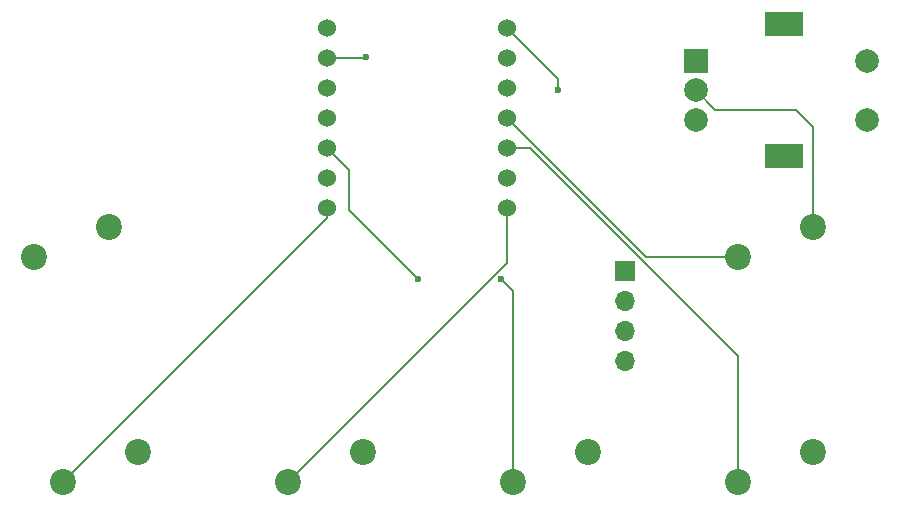
<source format=gbr>
%TF.GenerationSoftware,KiCad,Pcbnew,9.0.6*%
%TF.CreationDate,2025-12-08T21:15:04+04:00*%
%TF.ProjectId,L3MON hackpad,4c334d4f-4e20-4686-9163-6b7061642e6b,rev?*%
%TF.SameCoordinates,Original*%
%TF.FileFunction,Copper,L2,Bot*%
%TF.FilePolarity,Positive*%
%FSLAX46Y46*%
G04 Gerber Fmt 4.6, Leading zero omitted, Abs format (unit mm)*
G04 Created by KiCad (PCBNEW 9.0.6) date 2025-12-08 21:15:04*
%MOMM*%
%LPD*%
G01*
G04 APERTURE LIST*
%TA.AperFunction,ComponentPad*%
%ADD10C,2.200000*%
%TD*%
%TA.AperFunction,ComponentPad*%
%ADD11C,1.524000*%
%TD*%
%TA.AperFunction,ComponentPad*%
%ADD12R,1.700000X1.700000*%
%TD*%
%TA.AperFunction,ComponentPad*%
%ADD13O,1.700000X1.700000*%
%TD*%
%TA.AperFunction,ComponentPad*%
%ADD14R,2.000000X2.000000*%
%TD*%
%TA.AperFunction,ComponentPad*%
%ADD15C,2.000000*%
%TD*%
%TA.AperFunction,ComponentPad*%
%ADD16R,3.200000X2.000000*%
%TD*%
%TA.AperFunction,ViaPad*%
%ADD17C,0.600000*%
%TD*%
%TA.AperFunction,Conductor*%
%ADD18C,0.200000*%
%TD*%
G04 APERTURE END LIST*
D10*
%TO.P,SW1,1,1*%
%TO.N,GND*%
X109696250Y-52070000D03*
%TO.P,SW1,2,2*%
%TO.N,Net-(U1-GPIO28{slash}ADC2{slash}A2)*%
X103346250Y-54610000D03*
%TD*%
%TO.P,SW3,1,1*%
%TO.N,GND*%
X131127500Y-71120000D03*
%TO.P,SW3,2,2*%
%TO.N,Net-(U1-GPIO1{slash}RX)*%
X124777500Y-73660000D03*
%TD*%
%TO.P,SW6,1,1*%
%TO.N,GND*%
X169227500Y-52070000D03*
%TO.P,SW6,2,2*%
%TO.N,Net-(U1-GPIO3{slash}MOSI)*%
X162877500Y-54610000D03*
%TD*%
D11*
%TO.P,U1,1,GPIO26/ADC0/A0*%
%TO.N,Net-(U1-GPIO26{slash}ADC0{slash}A0)*%
X128111250Y-35242500D03*
%TO.P,U1,2,GPIO27/ADC1/A1*%
%TO.N,Net-(U1-GPIO27{slash}ADC1{slash}A1)*%
X128111250Y-37782500D03*
%TO.P,U1,3,GPIO28/ADC2/A2*%
%TO.N,Net-(U1-GPIO28{slash}ADC2{slash}A2)*%
X128111250Y-40322500D03*
%TO.P,U1,4,GPIO29/ADC3/A3*%
%TO.N,unconnected-(U1-GPIO29{slash}ADC3{slash}A3-Pad4)*%
X128111250Y-42862500D03*
%TO.P,U1,5,GPIO6/SDA*%
%TO.N,Net-(J1-Pin_4)*%
X128111250Y-45402500D03*
%TO.P,U1,6,GPIO7/SCL*%
%TO.N,Net-(J1-Pin_3)*%
X128111250Y-47942500D03*
%TO.P,U1,7,GPIO0/TX*%
%TO.N,Net-(U1-GPIO0{slash}TX)*%
X128111250Y-50482500D03*
%TO.P,U1,8,GPIO1/RX*%
%TO.N,Net-(U1-GPIO1{slash}RX)*%
X143351250Y-50482500D03*
%TO.P,U1,9,GPIO2/SCK*%
%TO.N,Net-(U1-GPIO2{slash}SCK)*%
X143351250Y-47942500D03*
%TO.P,U1,10,GPIO4/MISO*%
%TO.N,Net-(U1-GPIO4{slash}MISO)*%
X143351250Y-45402500D03*
%TO.P,U1,11,GPIO3/MOSI*%
%TO.N,Net-(U1-GPIO3{slash}MOSI)*%
X143351250Y-42862500D03*
%TO.P,U1,12,3V3*%
%TO.N,unconnected-(U1-3V3-Pad12)*%
X143351250Y-40322500D03*
%TO.P,U1,13,GND*%
%TO.N,GND*%
X143351250Y-37782500D03*
%TO.P,U1,14,VBUS*%
%TO.N,+5V*%
X143351250Y-35242500D03*
%TD*%
D10*
%TO.P,SW5,1,1*%
%TO.N,GND*%
X169227500Y-71120000D03*
%TO.P,SW5,2,2*%
%TO.N,Net-(U1-GPIO4{slash}MISO)*%
X162877500Y-73660000D03*
%TD*%
D12*
%TO.P,J1,1,Pin_1*%
%TO.N,GND*%
X153346250Y-55836250D03*
D13*
%TO.P,J1,2,Pin_2*%
%TO.N,+5V*%
X153346250Y-58376250D03*
%TO.P,J1,3,Pin_3*%
%TO.N,Net-(J1-Pin_3)*%
X153346250Y-60916250D03*
%TO.P,J1,4,Pin_4*%
%TO.N,Net-(J1-Pin_4)*%
X153346250Y-63456250D03*
%TD*%
D14*
%TO.P,SW8,A,A*%
%TO.N,Net-(U1-GPIO27{slash}ADC1{slash}A1)*%
X159331250Y-37981250D03*
D15*
%TO.P,SW8,B,B*%
%TO.N,Net-(U1-GPIO26{slash}ADC0{slash}A0)*%
X159331250Y-42981250D03*
%TO.P,SW8,C,C*%
%TO.N,GND*%
X159331250Y-40481250D03*
D16*
%TO.P,SW8,MP*%
%TO.N,N/C*%
X166831250Y-34881250D03*
X166831250Y-46081250D03*
D15*
%TO.P,SW8,S1,S1*%
%TO.N,unconnected-(SW8-PadS1)*%
X173831250Y-42981250D03*
%TO.P,SW8,S2,S2*%
%TO.N,unconnected-(SW8-PadS2)*%
X173831250Y-37981250D03*
%TD*%
D10*
%TO.P,SW4,1,1*%
%TO.N,GND*%
X150177500Y-71120000D03*
%TO.P,SW4,2,2*%
%TO.N,Net-(U1-GPIO2{slash}SCK)*%
X143827500Y-73660000D03*
%TD*%
%TO.P,SW2,1,1*%
%TO.N,GND*%
X112077500Y-71120000D03*
%TO.P,SW2,2,2*%
%TO.N,Net-(U1-GPIO0{slash}TX)*%
X105727500Y-73660000D03*
%TD*%
D17*
%TO.N,+5V*%
X147637500Y-40481250D03*
%TO.N,Net-(J1-Pin_4)*%
X135815110Y-56494890D03*
%TO.N,Net-(U1-GPIO2{slash}SCK)*%
X142818015Y-56468015D03*
%TO.N,Net-(U1-GPIO27{slash}ADC1{slash}A1)*%
X131393015Y-37675735D03*
%TD*%
D18*
%TO.N,+5V*%
X147637500Y-39528750D02*
X143351250Y-35242500D01*
X147637500Y-40481250D02*
X147637500Y-39528750D01*
%TO.N,GND*%
X167790000Y-42130000D02*
X160980000Y-42130000D01*
X169227500Y-52070000D02*
X169227500Y-43567500D01*
X169227500Y-43567500D02*
X167790000Y-42130000D01*
X160980000Y-42130000D02*
X159331250Y-40481250D01*
%TO.N,Net-(J1-Pin_4)*%
X135815110Y-56494890D02*
X129950000Y-50629780D01*
X129950000Y-50629780D02*
X129950000Y-47241250D01*
X129950000Y-47241250D02*
X128111250Y-45402500D01*
%TO.N,Net-(U1-GPIO0{slash}TX)*%
X105727500Y-73660000D02*
X128111250Y-51276250D01*
X128111250Y-51276250D02*
X128111250Y-50482500D01*
%TO.N,Net-(U1-GPIO1{slash}RX)*%
X143351250Y-55086250D02*
X143351250Y-50482500D01*
X124777500Y-73660000D02*
X143351250Y-55086250D01*
%TO.N,Net-(U1-GPIO2{slash}SCK)*%
X143827500Y-73660000D02*
X143827500Y-57477500D01*
X143827500Y-57477500D02*
X142818015Y-56468015D01*
%TO.N,Net-(U1-GPIO4{slash}MISO)*%
X145324150Y-45402500D02*
X143351250Y-45402500D01*
X162877500Y-73660000D02*
X162877500Y-62955850D01*
X162877500Y-62955850D02*
X145324150Y-45402500D01*
%TO.N,Net-(U1-GPIO3{slash}MOSI)*%
X162877500Y-54610000D02*
X155098750Y-54610000D01*
X155098750Y-54610000D02*
X143351250Y-42862500D01*
%TO.N,Net-(U1-GPIO27{slash}ADC1{slash}A1)*%
X131393015Y-37675735D02*
X131286250Y-37782500D01*
X131286250Y-37782500D02*
X128111250Y-37782500D01*
%TD*%
M02*

</source>
